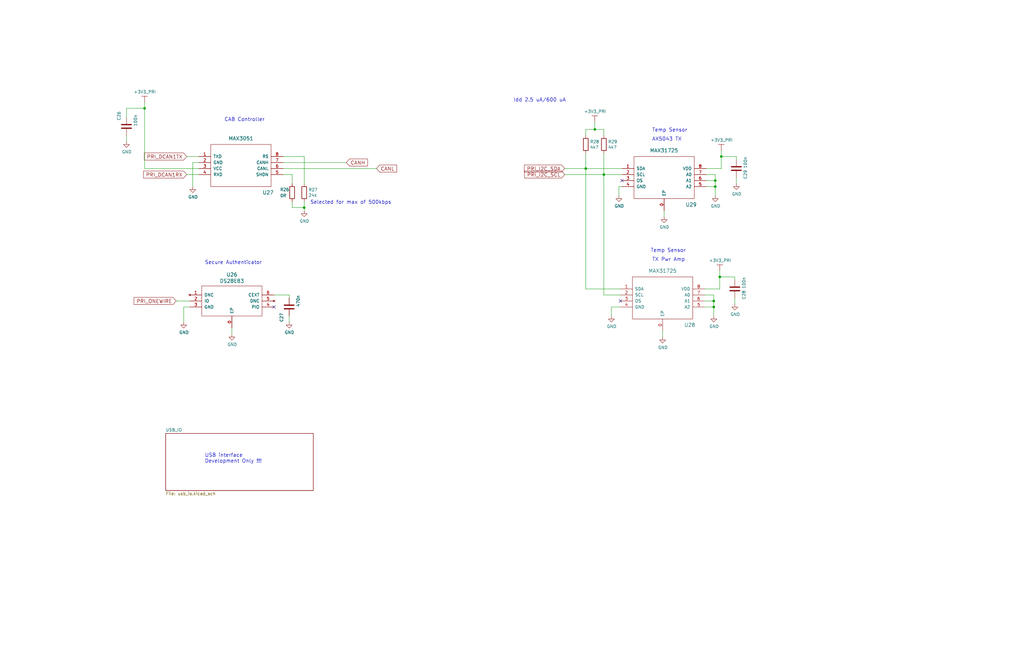
<source format=kicad_sch>
(kicad_sch (version 20230121) (generator eeschema)
  (paper "USLedger")
  (title_block (title "Radiation Tolerant Internal Housekeeping Unit (IHU)") (date "2023-02-20") (rev "1.1") (company "AMSAT-NA") (comment 1 "N5BRG"))
  (lib_symbols
    (symbol "power:GND" (power) (pin_names (offset 0))
      (property "Value" "GND" (at 0 -3.81 0))
      (symbol "GND_0_1"
        (polyline (pts (xy 0 0) (xy 0 -1.27) (xy 1.27 -1.27) (xy 0 -2.54) (xy -1.27 -1.27) (xy 0 -1.27)))
      )
      (symbol "GND_1_1"
        (pin power_in line (at 0 0 270) (length 0) hide (name "GND") (number "1"))
      )
    )
    (symbol "rtihu-rescue:+3V3_PRI" (power) (pin_names (offset 0))
      (property "Value" "+3V3_PRI" (at 0 3.556 0))
      (symbol "+3V3_PRI_0_1"
        (polyline (pts (xy -1.27 2.54) (xy 0 2.54)))
        (polyline (pts (xy 0 0) (xy 0 2.54)))
        (polyline (pts (xy 0 2.54) (xy 1.27 2.54)))
      )
      (symbol "+3V3_PRI_1_1"
        (pin power_in line (at 0 0 90) (length 0) hide (name "+3V3_PRI") (number "1"))
      )
    )
    (symbol "Device:C" (pin_numbers hide) (pin_names (offset 0.254))
      (property "Reference" "C" (at 0.635 2.54 0))
      (property "Value" "C" (at 0.635 -2.54 0))
      (symbol "C_0_1"
        (polyline (pts (xy -2.032 -0.762) (xy 2.032 -0.762)) (stroke (width 0.508)))
        (polyline (pts (xy -2.032 0.762) (xy 2.032 0.762)) (stroke (width 0.508)))
      )
      (symbol "C_1_1"
        (pin passive line (at 0 3.81 270) (length 2.794) (name "~") (number "1"))
        (pin passive line (at 0 -3.81 90) (length 2.794) (name "~") (number "2"))
      )
    )
    (symbol "rtihu-rescue:DS28E83" (pin_names (offset 1.016))
      (property "Reference" "U" (at 11.43 -10.16 0))
      (property "Value" "DS28E83" (at 0 0 0))
      (symbol "DS28E83_0_1"
        (rectangle (start -12.7 6.35) (end 12.7 -6.35))
      )
      (symbol "DS28E83_1_1"
        (pin power_in line (at 0 -11.43 90) (length 5.08) (name "EP") (number "0"))
        (pin no_connect line (at -17.78 2.54 0) (length 5.08) (name "DNC") (number "1"))
        (pin bidirectional line (at -17.78 0 0) (length 5.08) (name "IO") (number "2"))
        (pin power_in line (at -17.78 -2.54 0) (length 5.08) (name "GND") (number "3"))
        (pin bidirectional line (at 17.78 -2.54 180) (length 5.08) (name "PIO") (number "4"))
        (pin no_connect line (at 17.78 0 180) (length 5.08) (name "DNC") (number "5"))
        (pin passive line (at 17.78 2.54 180) (length 5.08) (name "CEXT") (number "6"))
      )
    )
    (symbol "rtihu-rescue:MAX3051" (pin_names (offset 1.016))
      (property "Reference" "U" (at 11.43 -10.16 0))
      (property "Value" "MAX3051" (at 0 0 0))
      (symbol "MAX3051_0_1"
        (rectangle (start -12.7 8.89) (end 12.7 -8.89))
      )
      (symbol "MAX3051_1_1"
        (pin input line (at -17.78 3.81 0) (length 5.08) (name "TXD") (number "1"))
        (pin input line (at -17.78 1.27 0) (length 5.08) (name "GND") (number "2"))
        (pin input line (at -17.78 -1.27 0) (length 5.08) (name "VCC") (number "3"))
        (pin output line (at -17.78 -3.81 0) (length 5.08) (name "RXD") (number "4"))
        (pin input line (at 17.78 -3.81 180) (length 5.08) (name "SHDN") (number "5"))
        (pin bidirectional line (at 17.78 -1.27 180) (length 5.08) (name "CANL") (number "6"))
        (pin bidirectional line (at 17.78 1.27 180) (length 5.08) (name "CANH") (number "7"))
        (pin input line (at 17.78 3.81 180) (length 5.08) (name "RS") (number "8"))
      )
    )
    (symbol "rtihu-rescue:MAX31725" (pin_names (offset 1.016))
      (property "Reference" "U" (at 11.43 -10.16 0))
      (property "Value" "MAX31725" (at 0 0 0))
      (symbol "MAX31725_0_1"
        (rectangle (start -12.7 8.89) (end 12.7 -8.89))
      )
      (symbol "MAX31725_1_1"
        (pin input line (at 0 -13.97 90) (length 5.08) (name "EP") (number "0"))
        (pin input line (at -17.78 3.81 0) (length 5.08) (name "SDA") (number "1"))
        (pin input line (at -17.78 1.27 0) (length 5.08) (name "SCL") (number "2"))
        (pin input line (at -17.78 -1.27 0) (length 5.08) (name "OS") (number "3"))
        (pin input line (at -17.78 -3.81 0) (length 5.08) (name "GND") (number "4"))
        (pin input line (at 17.78 -3.81 180) (length 5.08) (name "A2") (number "5"))
        (pin input line (at 17.78 -1.27 180) (length 5.08) (name "A1") (number "6"))
        (pin input line (at 17.78 1.27 180) (length 5.08) (name "A0") (number "7"))
        (pin input line (at 17.78 3.81 180) (length 5.08) (name "VDD") (number "8"))
      )
    )
    (symbol "Device:R" (pin_numbers hide) (pin_names (offset 0))
      (property "Reference" "R" (at 2.032 0 90))
      (property "Value" "R" (at 0 0 90))
      (symbol "R_0_1"
        (rectangle (start -1.016 -2.54) (end 1.016 2.54) (stroke (width 0.254)))
      )
      (symbol "R_1_1"
        (pin passive line (at 0 3.81 270) (length 1.27) (name "~") (number "1"))
        (pin passive line (at 0 -3.81 90) (length 1.27) (name "~") (number "2"))
      )
    )
  )
  (junction (at 300.99 129.54))
  (junction (at 254.635 73.66))
  (junction (at 128.27 87.63))
  (junction (at 60.96 45.72))
  (junction (at 301.625 76.2))
  (junction (at 250.825 54.61))
  (junction (at 247.015 71.12))
  (junction (at 303.53 116.84))
  (junction (at 304.165 66.04))
  (junction (at 300.99 127))
  (junction (at 301.625 78.74))
  (no_connect (at 261.62 127))
  (no_connect (at 262.255 76.2))
  (no_connect (at 115.57 129.54))
  (wire (pts (xy 119.38 66.04) (xy 128.27 66.04)))
  (wire (pts (xy 78.74 66.04) (xy 83.82 66.04)))
  (wire (pts (xy 123.19 73.66) (xy 123.19 77.47)))
  (wire (pts (xy 60.96 45.72) (xy 60.96 71.12)))
  (wire (pts (xy 301.625 78.74) (xy 301.625 82.55)))
  (wire (pts (xy 247.015 57.15) (xy 247.015 54.61)))
  (wire (pts (xy 261.62 129.54) (xy 257.81 129.54)))
  (wire (pts (xy 250.825 54.61) (xy 250.825 51.435)))
  (wire (pts (xy 254.635 124.46) (xy 261.62 124.46)))
  (wire (pts (xy 60.96 43.18) (xy 60.96 45.72)))
  (wire (pts (xy 53.34 45.72) (xy 60.96 45.72)))
  (wire (pts (xy 53.34 49.53) (xy 53.34 45.72)))
  (wire (pts (xy 254.635 54.61) (xy 254.635 57.15)))
  (wire (pts (xy 303.53 116.84) (xy 303.53 121.92)))
  (wire (pts (xy 119.38 71.12) (xy 158.75 71.12)))
  (wire (pts (xy 303.53 116.84) (xy 309.88 116.84)))
  (wire (pts (xy 115.57 124.46) (xy 121.92 124.46)))
  (wire (pts (xy 81.28 68.58) (xy 81.28 78.74)))
  (wire (pts (xy 260.985 78.74) (xy 260.985 82.55)))
  (wire (pts (xy 53.34 57.15) (xy 53.34 59.69)))
  (wire (pts (xy 310.515 74.93) (xy 310.515 77.47)))
  (wire (pts (xy 300.99 129.54) (xy 297.18 129.54)))
  (wire (pts (xy 247.015 71.12) (xy 262.255 71.12)))
  (wire (pts (xy 303.53 114.3) (xy 303.53 116.84)))
  (wire (pts (xy 119.38 73.66) (xy 123.19 73.66)))
  (wire (pts (xy 238.125 71.12) (xy 247.015 71.12)))
  (wire (pts (xy 310.515 66.04) (xy 310.515 67.31)))
  (wire (pts (xy 309.88 116.84) (xy 309.88 118.11)))
  (wire (pts (xy 128.27 85.09) (xy 128.27 87.63)))
  (wire (pts (xy 121.92 133.35) (xy 121.92 135.89)))
  (wire (pts (xy 78.74 73.66) (xy 83.82 73.66)))
  (wire (pts (xy 238.125 73.66) (xy 254.635 73.66)))
  (wire (pts (xy 247.015 54.61) (xy 250.825 54.61)))
  (wire (pts (xy 300.99 127) (xy 300.99 129.54)))
  (wire (pts (xy 297.815 76.2) (xy 301.625 76.2)))
  (wire (pts (xy 247.015 121.92) (xy 261.62 121.92)))
  (wire (pts (xy 250.825 54.61) (xy 254.635 54.61)))
  (wire (pts (xy 303.53 121.92) (xy 297.18 121.92)))
  (wire (pts (xy 97.79 138.43) (xy 97.79 140.97)))
  (wire (pts (xy 257.81 129.54) (xy 257.81 133.35)))
  (wire (pts (xy 83.82 68.58) (xy 81.28 68.58)))
  (wire (pts (xy 301.625 73.66) (xy 301.625 76.2)))
  (wire (pts (xy 128.27 66.04) (xy 128.27 77.47)))
  (wire (pts (xy 123.19 87.63) (xy 128.27 87.63)))
  (wire (pts (xy 77.47 129.54) (xy 77.47 135.89)))
  (wire (pts (xy 119.38 68.58) (xy 146.05 68.58)))
  (wire (pts (xy 254.635 73.66) (xy 254.635 124.46)))
  (wire (pts (xy 301.625 76.2) (xy 301.625 78.74)))
  (wire (pts (xy 247.015 71.12) (xy 247.015 121.92)))
  (wire (pts (xy 128.27 87.63) (xy 128.27 88.9)))
  (wire (pts (xy 60.96 71.12) (xy 83.82 71.12)))
  (wire (pts (xy 304.165 66.04) (xy 304.165 71.12)))
  (wire (pts (xy 304.165 63.5) (xy 304.165 66.04)))
  (wire (pts (xy 80.01 129.54) (xy 77.47 129.54)))
  (wire (pts (xy 247.015 64.77) (xy 247.015 71.12)))
  (wire (pts (xy 280.035 88.9) (xy 280.035 91.44)))
  (wire (pts (xy 254.635 64.77) (xy 254.635 73.66)))
  (wire (pts (xy 74.295 127) (xy 80.01 127)))
  (wire (pts (xy 121.92 124.46) (xy 121.92 125.73)))
  (wire (pts (xy 300.99 129.54) (xy 300.99 133.35)))
  (wire (pts (xy 279.4 139.7) (xy 279.4 142.24)))
  (wire (pts (xy 262.255 78.74) (xy 260.985 78.74)))
  (wire (pts (xy 297.18 127) (xy 300.99 127)))
  (wire (pts (xy 304.165 71.12) (xy 297.815 71.12)))
  (wire (pts (xy 254.635 73.66) (xy 262.255 73.66)))
  (wire (pts (xy 309.88 125.73) (xy 309.88 128.27)))
  (wire (pts (xy 304.165 66.04) (xy 310.515 66.04)))
  (wire (pts (xy 297.815 73.66) (xy 301.625 73.66)))
  (wire (pts (xy 297.18 124.46) (xy 300.99 124.46)))
  (wire (pts (xy 300.99 124.46) (xy 300.99 127)))
  (wire (pts (xy 123.19 85.09) (xy 123.19 87.63)))
  (wire (pts (xy 301.625 78.74) (xy 297.815 78.74)))
  (text "TX Pwr Amp" (at 274.955 110.49 0) (effects (font (size 1.524 1.524)) (justify left bottom)))
  (text "CAB Controller" (at 94.615 51.435 0) (effects (font (size 1.524 1.524)) (justify left bottom)))
  (text "USB interface\nDevelopment Only !!!" (at 86.36 195.58 0) (effects (font (size 1.524 1.524)) (justify left bottom)))
  (text "Temp Sensor" (at 274.32 106.68 0) (effects (font (size 1.524 1.524)) (justify left bottom)))
  (text "Idd 2.5 uA/600 uA" (at 216.535 43.18 0) (effects (font (size 1.524 1.524)) (justify left bottom)))
  (text "Temp Sensor" (at 274.955 55.88 0) (effects (font (size 1.524 1.524)) (justify left bottom)))
  (text "AX5043 TX" (at 274.955 59.69 0) (effects (font (size 1.524 1.524)) (justify left bottom)))
  (text "Selected for max of 500kbps" (at 130.81 86.36 0) (effects (font (size 1.524 1.524)) (justify left bottom)))
  (text "Secure Authenticator" (at 86.36 111.76 0) (effects (font (size 1.524 1.524)) (justify left bottom)))
  (global_label "PRI_DCAN1RX" (shape input) (at 78.74 73.66 180) (effects (font (size 1.524 1.524))) (property "Intersheetrefs" "${INTERSHEET_REFS}" (effects hide)))
  (global_label "PRI_ONEWIRE" (shape input) (at 74.295 127 180) (effects (font (size 1.524 1.524))) (property "Intersheetrefs" "${INTERSHEET_REFS}" (effects hide)))
  (global_label "CANL" (shape input) (at 158.75 71.12 0) (effects (font (size 1.524 1.524))) (property "Intersheetrefs" "${INTERSHEET_REFS}" (effects hide)))
  (global_label "PRI_I2C_SDA" (shape input) (at 238.125 71.12 180) (effects (font (size 1.524 1.524))) (property "Intersheetrefs" "${INTERSHEET_REFS}" (effects hide)))
  (global_label "PRI_I2C_SCL" (shape input) (at 238.125 73.66 180) (effects (font (size 1.524 1.524))) (property "Intersheetrefs" "${INTERSHEET_REFS}" (effects hide)))
  (global_label "PRI_DCAN1TX" (shape input) (at 78.74 66.04 180) (effects (font (size 1.524 1.524))) (property "Intersheetrefs" "${INTERSHEET_REFS}" (effects hide)))
  (global_label "CANH" (shape input) (at 146.05 68.58 0) (effects (font (size 1.524 1.524))) (property "Intersheetrefs" "${INTERSHEET_REFS}" (effects hide)))
  (symbol (lib_id "rtihu-rescue:MAX3051") (at 101.6 69.85 0) (unit 1)
    (property "Reference" "U27" (at 113.03 81.28 0) (effects (font (size 1.524 1.524))))
    (property "Value" "MAX3051" (at 101.6 58.42 0) (effects (font (size 1.524 1.524))))
    (property "Footprint" "amsat_maxim:MAX-SOIC-8" (effects hide))
  )
  (symbol (lib_id "power:GND") (at 81.28 78.74 0) (unit 1)
    (property "Reference" "#PWR037" (effects hide))
    (property "Value" "GND" (at 81.407 83.1342 0))
  )
  (symbol (lib_id "Device:R") (at 128.27 81.28 0) (unit 1)
    (property "Reference" "R27" (at 130.048 80.1116 0) (effects (justify left)))
    (property "Value" "24k" (at 130.048 82.423 0) (effects (justify left)))
    (property "Footprint" "Resistor_SMD:R_0603_1608Metric_Pad0.98x0.95mm_HandSolder" (effects hide))
  )
  (symbol (lib_id "power:GND") (at 128.27 88.9 0) (unit 1)
    (property "Reference" "#PWR040" (effects hide))
    (property "Value" "GND" (at 128.397 93.2942 0))
  )
  (symbol (lib_id "Device:R") (at 123.19 81.28 0) (unit 1)
    (property "Reference" "R26" (at 118.11 80.01 0) (effects (justify left)))
    (property "Value" "0R" (at 118.11 82.55 0) (effects (justify left)))
    (property "Footprint" "Resistor_SMD:R_0603_1608Metric_Pad0.98x0.95mm_HandSolder" (effects hide))
  )
  (symbol (lib_id "Device:C") (at 53.34 53.34 0) (unit 1)
    (property "Reference" "C26" (at 50.165 48.895 90))
    (property "Value" "100n" (at 57.15 50.8 90))
    (property "Footprint" "Capacitor_SMD:C_0603_1608Metric_Pad1.08x0.95mm_HandSolder" (effects hide))
  )
  (symbol (lib_id "power:GND") (at 53.34 59.69 0) (unit 1)
    (property "Reference" "#PWR034" (effects hide))
    (property "Value" "GND" (at 53.467 64.0842 0))
  )
  (symbol (lib_id "rtihu-rescue:MAX31725") (at 280.035 74.93 0) (unit 1)
    (property "Reference" "U29" (at 291.465 86.36 0) (effects (font (size 1.524 1.524))))
    (property "Value" "MAX31725" (at 280.035 63.5 0) (effects (font (size 1.524 1.524))))
    (property "Footprint" "amsat_maxim:TDFN_T833_2" (effects hide))
  )
  (symbol (lib_id "power:GND") (at 260.985 82.55 0) (unit 1)
    (property "Reference" "#PWR043" (effects hide))
    (property "Value" "GND" (at 261.112 86.9442 0))
  )
  (symbol (lib_id "power:GND") (at 301.625 82.55 0) (unit 1)
    (property "Reference" "#PWR047" (effects hide))
    (property "Value" "GND" (at 301.752 86.9442 0))
  )
  (symbol (lib_id "power:GND") (at 280.035 91.44 0) (unit 1)
    (property "Reference" "#PWR045" (effects hide))
    (property "Value" "GND" (at 280.162 95.8342 0))
  )
  (symbol (lib_id "Device:R") (at 254.635 60.96 0) (unit 1)
    (property "Reference" "R29" (at 256.413 59.7916 0) (effects (justify left)))
    (property "Value" "4k7" (at 256.413 62.103 0) (effects (justify left)))
    (property "Footprint" "Resistor_SMD:R_0603_1608Metric_Pad0.98x0.95mm_HandSolder" (effects hide))
  )
  (symbol (lib_id "Device:R") (at 247.015 60.96 0) (unit 1)
    (property "Reference" "R28" (at 248.793 59.7916 0) (effects (justify left)))
    (property "Value" "4k7" (at 248.793 62.103 0) (effects (justify left)))
    (property "Footprint" "Resistor_SMD:R_0603_1608Metric_Pad0.98x0.95mm_HandSolder" (effects hide))
  )
  (symbol (lib_id "Device:C") (at 310.515 71.12 0) (unit 1)
    (property "Reference" "C29" (at 314.325 73.66 90))
    (property "Value" "100n" (at 314.325 68.58 90))
    (property "Footprint" "Capacitor_SMD:C_0603_1608Metric_Pad1.08x0.95mm_HandSolder" (effects hide))
  )
  (symbol (lib_id "power:GND") (at 310.515 77.47 0) (unit 1)
    (property "Reference" "#PWR051" (effects hide))
    (property "Value" "GND" (at 310.642 81.8642 0))
  )
  (symbol (lib_id "rtihu-rescue:+3V3_PRI") (at 60.96 43.18 0) (unit 1)
    (property "Reference" "#PWR035" (effects hide))
    (property "Value" "+3V3_PRI" (at 61.087 38.7858 0))
  )
  (symbol (lib_id "rtihu-rescue:+3V3_PRI") (at 250.825 51.435 0) (unit 1)
    (property "Reference" "#PWR041" (effects hide))
    (property "Value" "+3V3_PRI" (at 250.952 47.0408 0))
  )
  (symbol (lib_id "rtihu-rescue:+3V3_PRI") (at 304.165 63.5 0) (unit 1)
    (property "Reference" "#PWR049" (effects hide))
    (property "Value" "+3V3_PRI" (at 304.292 59.1058 0))
  )
  (symbol (lib_id "rtihu-rescue:DS28E83") (at 97.79 127 0) (unit 1)
    (property "Reference" "U26" (at 97.79 115.9002 0) (effects (font (size 1.524 1.524))))
    (property "Value" "DS28E83" (at 97.79 118.5926 0) (effects (font (size 1.524 1.524))))
    (property "Footprint" "amsat_maxim:TDFN_T633_2" (effects hide))
  )
  (symbol (lib_id "power:GND") (at 77.47 135.89 0) (unit 1)
    (property "Reference" "#PWR036" (effects hide))
    (property "Value" "GND" (at 77.597 140.2842 0))
  )
  (symbol (lib_id "power:GND") (at 97.79 140.97 0) (unit 1)
    (property "Reference" "#PWR038" (effects hide))
    (property "Value" "GND" (at 97.917 145.3642 0))
  )
  (symbol (lib_id "Device:C") (at 121.92 129.54 0) (unit 1)
    (property "Reference" "C27" (at 118.745 133.985 90))
    (property "Value" "470n" (at 125.73 127 90))
    (property "Footprint" "Capacitor_SMD:C_0603_1608Metric_Pad1.08x0.95mm_HandSolder" (effects hide))
  )
  (symbol (lib_id "power:GND") (at 121.92 135.89 0) (unit 1)
    (property "Reference" "#PWR039" (effects hide))
    (property "Value" "GND" (at 122.047 140.2842 0))
  )
  (symbol (lib_id "power:GND") (at 309.88 128.27 0) (unit 1)
    (property "Reference" "#PWR050" (effects hide))
    (property "Value" "GND" (at 310.007 132.6642 0))
  )
  (symbol (lib_id "rtihu-rescue:+3V3_PRI") (at 303.53 114.3 0) (unit 1)
    (property "Reference" "#PWR048" (effects hide))
    (property "Value" "+3V3_PRI" (at 303.657 109.9058 0))
  )
  (symbol (lib_id "power:GND") (at 279.4 142.24 0) (unit 1)
    (property "Reference" "#PWR044" (effects hide))
    (property "Value" "GND" (at 279.527 146.6342 0))
  )
  (symbol (lib_id "power:GND") (at 300.99 133.35 0) (unit 1)
    (property "Reference" "#PWR046" (effects hide))
    (property "Value" "GND" (at 301.117 137.7442 0))
  )
  (symbol (lib_id "rtihu-rescue:MAX31725") (at 279.4 125.73 0) (unit 1)
    (property "Reference" "U28" (at 290.83 137.16 0) (effects (font (size 1.524 1.524))))
    (property "Value" "MAX31725" (at 279.4 114.3 0) (effects (font (size 1.524 1.524))))
    (property "Footprint" "amsat_maxim:TDFN_T833_2" (effects hide))
  )
  (symbol (lib_id "power:GND") (at 257.81 133.35 0) (unit 1)
    (property "Reference" "#PWR042" (effects hide))
    (property "Value" "GND" (at 257.937 137.7442 0))
  )
  (symbol (lib_id "Device:C") (at 309.88 121.92 0) (unit 1)
    (property "Reference" "C28" (at 313.69 124.46 90))
    (property "Value" "100n" (at 313.69 119.38 90))
    (property "Footprint" "Capacitor_SMD:C_0603_1608Metric_Pad1.08x0.95mm_HandSolder" (effects hide))
  )
  (sheet (at 69.85 182.88) (size 62.23 24.13) (stroke (width 0.1524))
    (property "Sheetname" "USB_IO" (at 69.85 182.1684 0) (effects (justify left bottom)))
    (property "Sheetfile" "usb_io.kicad_sch" (at 69.85 207.5946 0) (effects (justify left top)))
  )
)
</source>
